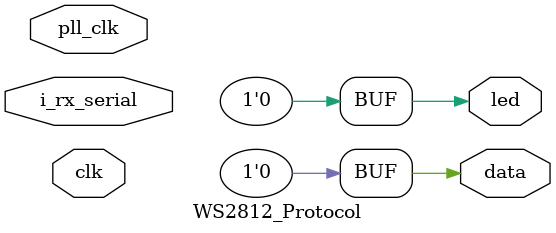
<source format=v>
module WS2812_Protocol(	// file.cleaned.mlir:2:3
  input  i_rx_serial,	// file.cleaned.mlir:2:33
         pll_clk,	// file.cleaned.mlir:2:55
         clk,	// file.cleaned.mlir:2:73
  output data,	// file.cleaned.mlir:2:88
         led	// file.cleaned.mlir:2:103
);

  assign data = 1'h0;	// file.cleaned.mlir:3:14, :4:5
  assign led = 1'h0;	// file.cleaned.mlir:3:14, :4:5
endmodule


</source>
